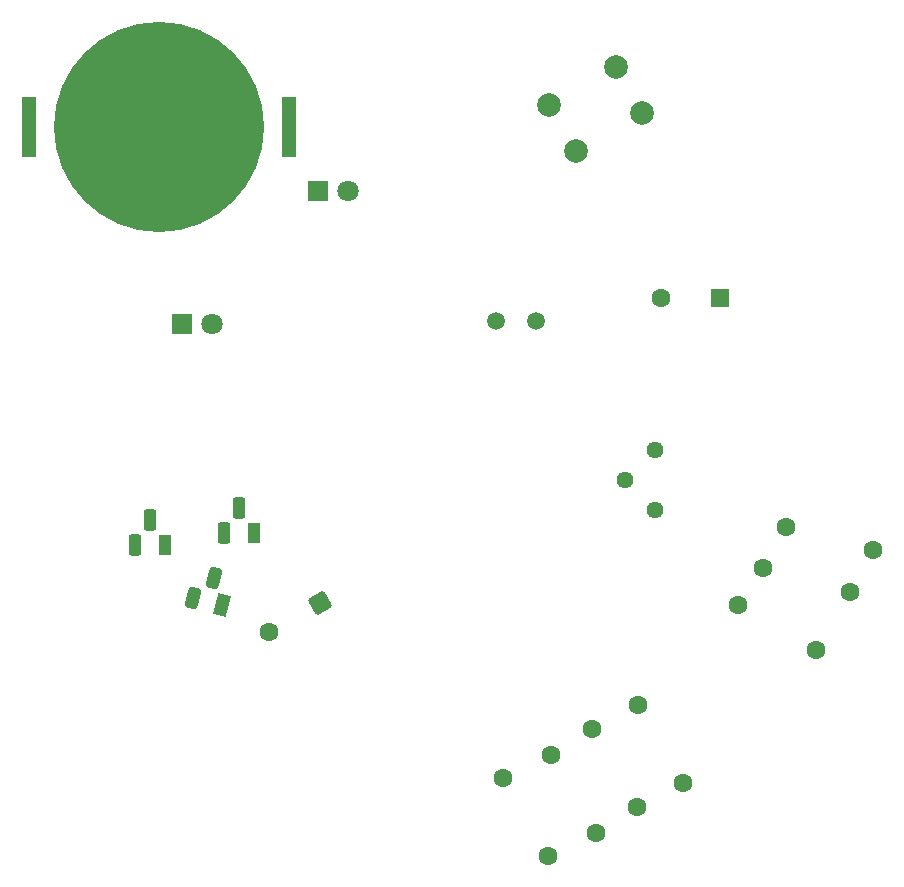
<source format=gbr>
%TF.GenerationSoftware,KiCad,Pcbnew,9.0.2*%
%TF.CreationDate,2025-06-05T20:51:45-04:00*%
%TF.ProjectId,solder-2nd-attempt,736f6c64-6572-42d3-926e-642d61747465,rev?*%
%TF.SameCoordinates,Original*%
%TF.FileFunction,Soldermask,Bot*%
%TF.FilePolarity,Negative*%
%FSLAX46Y46*%
G04 Gerber Fmt 4.6, Leading zero omitted, Abs format (unit mm)*
G04 Created by KiCad (PCBNEW 9.0.2) date 2025-06-05 20:51:45*
%MOMM*%
%LPD*%
G01*
G04 APERTURE LIST*
G04 Aperture macros list*
%AMRoundRect*
0 Rectangle with rounded corners*
0 $1 Rounding radius*
0 $2 $3 $4 $5 $6 $7 $8 $9 X,Y pos of 4 corners*
0 Add a 4 corners polygon primitive as box body*
4,1,4,$2,$3,$4,$5,$6,$7,$8,$9,$2,$3,0*
0 Add four circle primitives for the rounded corners*
1,1,$1+$1,$2,$3*
1,1,$1+$1,$4,$5*
1,1,$1+$1,$6,$7*
1,1,$1+$1,$8,$9*
0 Add four rect primitives between the rounded corners*
20,1,$1+$1,$2,$3,$4,$5,0*
20,1,$1+$1,$4,$5,$6,$7,0*
20,1,$1+$1,$6,$7,$8,$9,0*
20,1,$1+$1,$8,$9,$2,$3,0*%
%AMRotRect*
0 Rectangle, with rotation*
0 The origin of the aperture is its center*
0 $1 length*
0 $2 width*
0 $3 Rotation angle, in degrees counterclockwise*
0 Add horizontal line*
21,1,$1,$2,0,0,$3*%
G04 Aperture macros list end*
%ADD10C,1.600000*%
%ADD11R,1.800000X1.800000*%
%ADD12C,1.800000*%
%ADD13C,1.500000*%
%ADD14C,2.000000*%
%ADD15RoundRect,0.250000X0.201314X0.751314X-0.751314X0.201314X-0.201314X-0.751314X0.751314X-0.201314X0*%
%ADD16R,1.100000X1.800000*%
%ADD17RoundRect,0.275000X0.275000X0.625000X-0.275000X0.625000X-0.275000X-0.625000X0.275000X-0.625000X0*%
%ADD18R,1.270000X5.080000*%
%ADD19C,17.800000*%
%ADD20RotRect,1.100000X1.800000X165.000000*%
%ADD21RoundRect,0.275000X0.427392X0.532528X-0.103868X0.674879X-0.427392X-0.532528X0.103868X-0.674879X0*%
%ADD22C,1.440000*%
%ADD23RoundRect,0.250000X0.550000X0.550000X-0.550000X0.550000X-0.550000X-0.550000X0.550000X-0.550000X0*%
G04 APERTURE END LIST*
D10*
%TO.C,R2*%
X109979700Y-159891100D03*
X102619345Y-157918899D03*
%TD*%
%TO.C,R7*%
X88500000Y-180299600D03*
X84690000Y-173700486D03*
%TD*%
D11*
%TO.C,D1*%
X53460000Y-137191200D03*
D12*
X56000000Y-137191200D03*
%TD*%
D13*
%TO.C,R3*%
X80000000Y-137000000D03*
X83400000Y-137000000D03*
%TD*%
D10*
%TO.C,R1*%
X111979700Y-156391100D03*
X104619345Y-154418899D03*
%TD*%
%TO.C,R5*%
X95905000Y-176099100D03*
X92095000Y-169499986D03*
%TD*%
D11*
%TO.C,D2*%
X65000000Y-126000000D03*
D12*
X67540000Y-126000000D03*
%TD*%
D10*
%TO.C,R4*%
X100500000Y-161000000D03*
X107099114Y-164810000D03*
%TD*%
%TO.C,R6*%
X92000000Y-178099100D03*
X88190000Y-171499986D03*
%TD*%
%TO.C,R8*%
X84405000Y-182299600D03*
X80595000Y-175700486D03*
%TD*%
D14*
%TO.C,SW1*%
X92439600Y-119323600D03*
X86810435Y-122573600D03*
X90189600Y-115426486D03*
X84560434Y-118676486D03*
%TD*%
D15*
%TO.C,C1*%
X65165100Y-160820600D03*
D10*
X60834973Y-163320600D03*
%TD*%
D16*
%TO.C,Q1*%
X59540000Y-154900000D03*
D17*
X58270000Y-152830000D03*
X57000000Y-154900000D03*
%TD*%
D16*
%TO.C,Q3*%
X52040000Y-155900000D03*
D17*
X50770000Y-153830000D03*
X49500000Y-155900000D03*
%TD*%
D18*
%TO.C,BT1*%
X62470000Y-120500000D03*
X40500000Y-120500000D03*
D19*
X51485000Y-120500000D03*
%TD*%
D20*
%TO.C,Q2*%
X56849972Y-161043770D03*
D21*
X56159002Y-158715604D03*
X54396520Y-160386370D03*
%TD*%
D22*
%TO.C,RV1*%
X93500000Y-153000000D03*
X90960000Y-150460000D03*
X93500000Y-147920000D03*
%TD*%
D23*
%TO.C,C2*%
X99000000Y-135000000D03*
D10*
X94000000Y-135000000D03*
%TD*%
M02*

</source>
